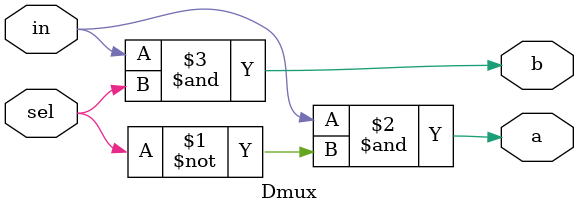
<source format=v>
module Dmux(in, sel, a, b);

    input in,sel;
    output a,b;

    assign a = in & ~sel;
    assign b = in & sel;

endmodule
</source>
